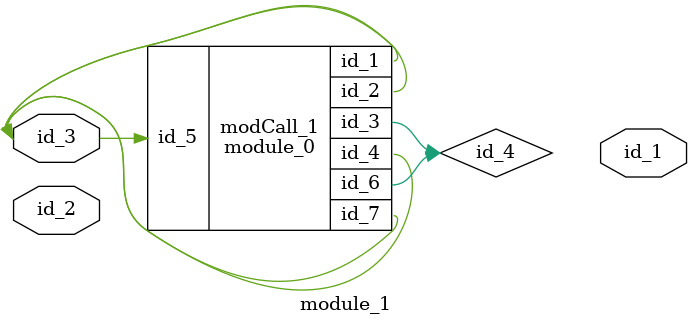
<source format=v>
module module_0 (
    id_1,
    id_2,
    id_3,
    id_4,
    id_5,
    id_6,
    id_7
);
  inout wire id_7;
  output wire id_6;
  input wire id_5;
  inout wire id_4;
  inout wire id_3;
  inout wire id_2;
  output wire id_1;
  assign id_3 = (1'h0);
  assign id_3 = id_2;
endmodule
module module_1 (
    id_1,
    id_2,
    id_3
);
  inout wire id_3;
  inout wire id_2;
  output wire id_1;
  wire id_4;
  final $display(id_2 - id_3, 1);
  module_0 modCall_1 (
      id_3,
      id_3,
      id_4,
      id_3,
      id_3,
      id_4,
      id_3
  );
endmodule

</source>
